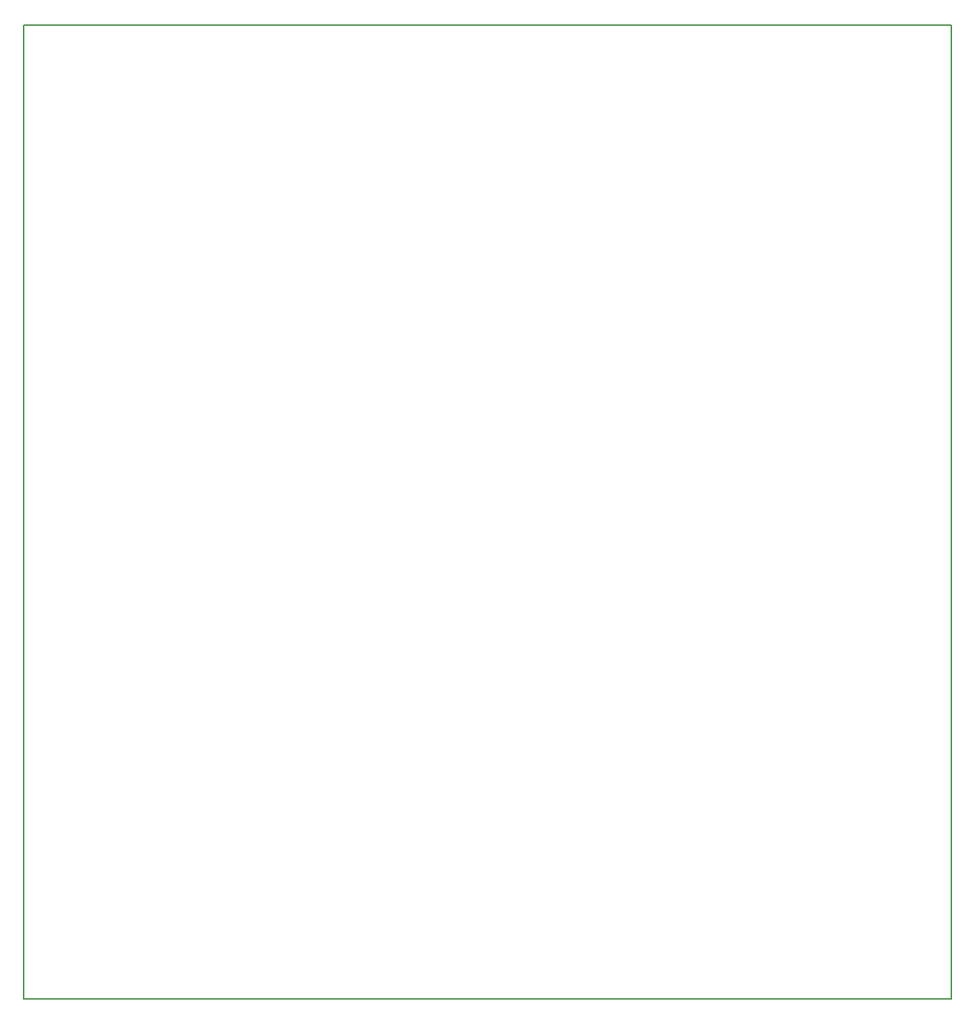
<source format=gm1>
G04 #@! TF.FileFunction,Profile,NP*
%FSLAX46Y46*%
G04 Gerber Fmt 4.6, Leading zero omitted, Abs format (unit mm)*
G04 Created by KiCad (PCBNEW 4.0.2+dfsg1-stable) date ma. 28. mai 2018 kl. 14.59 +0200*
%MOMM*%
G01*
G04 APERTURE LIST*
%ADD10C,0.100000*%
%ADD11C,0.150000*%
G04 APERTURE END LIST*
D10*
D11*
X160000000Y-145500000D02*
X160000000Y-53000000D01*
X269500000Y-145500000D02*
X160000000Y-145500000D01*
X269500000Y-30500000D02*
X269500000Y-145500000D01*
X160000000Y-30500000D02*
X269500000Y-30500000D01*
X160000000Y-44500000D02*
X160000000Y-30500000D01*
X160000000Y-53500000D02*
X160000000Y-44500000D01*
M02*

</source>
